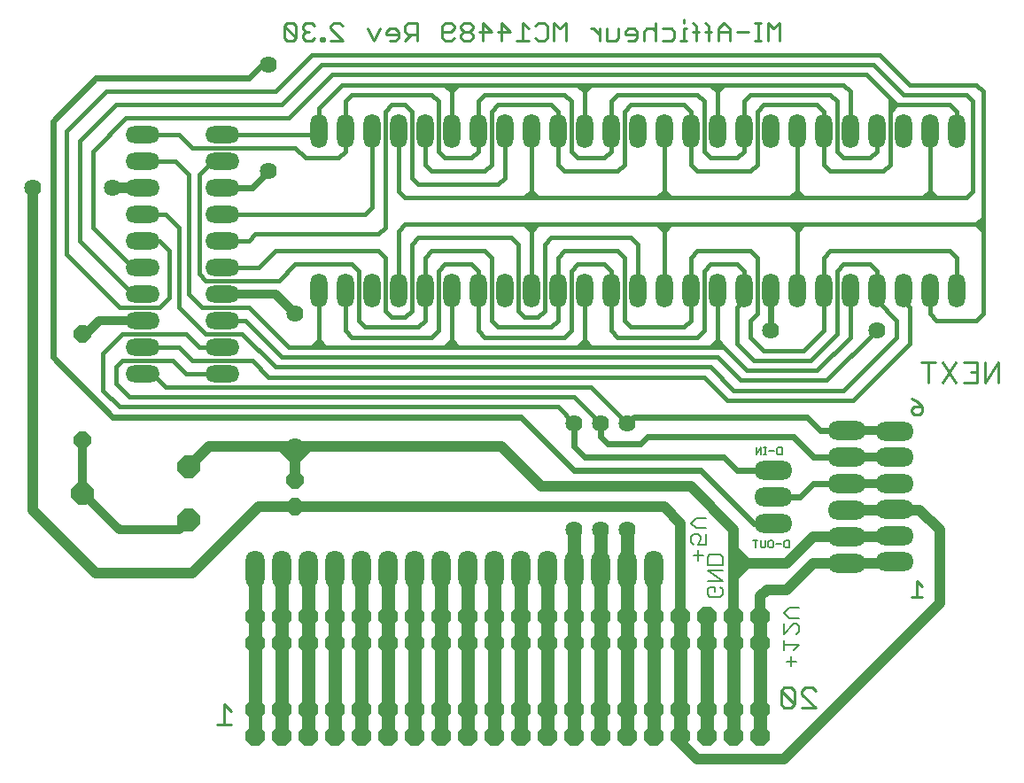
<source format=gbr>
G75*
G70*
%OFA0B0*%
%FSLAX24Y24*%
%IPPOS*%
%LPD*%
%AMOC8*
5,1,8,0,0,1.08239X$1,22.5*
%
%ADD10C,0.0090*%
%ADD11C,0.0110*%
%ADD12C,0.0100*%
%ADD13C,0.0050*%
%ADD14C,0.0080*%
%ADD15O,0.0640X0.1280*%
%ADD16O,0.1280X0.0640*%
%ADD17OC8,0.0720*%
%ADD18OC8,0.0840*%
%ADD19OC8,0.0640*%
%ADD20O,0.1440X0.0720*%
%ADD21O,0.0720X0.1440*%
%ADD22C,0.0160*%
%ADD23C,0.0500*%
%ADD24C,0.0400*%
%ADD25C,0.0320*%
%ADD26C,0.0240*%
%ADD27C,0.0640*%
D10*
X011597Y030248D02*
X011485Y030360D01*
X011485Y030807D01*
X011932Y030360D01*
X011820Y030248D01*
X011597Y030248D01*
X011932Y030360D02*
X011932Y030807D01*
X011820Y030919D01*
X011597Y030919D01*
X011485Y030807D01*
X012185Y030807D02*
X012185Y030695D01*
X012296Y030584D01*
X012185Y030472D01*
X012185Y030360D01*
X012296Y030248D01*
X012520Y030248D01*
X012632Y030360D01*
X012870Y030360D02*
X012870Y030248D01*
X012982Y030248D01*
X012982Y030360D01*
X012870Y030360D01*
X013234Y030248D02*
X013681Y030248D01*
X013234Y030695D01*
X013234Y030807D01*
X013346Y030919D01*
X013570Y030919D01*
X013681Y030807D01*
X014634Y030695D02*
X014857Y030248D01*
X015081Y030695D01*
X015334Y030584D02*
X015334Y030472D01*
X015781Y030472D01*
X015781Y030360D02*
X015781Y030584D01*
X015669Y030695D01*
X015445Y030695D01*
X015334Y030584D01*
X015445Y030248D02*
X015669Y030248D01*
X015781Y030360D01*
X016033Y030248D02*
X016257Y030472D01*
X016145Y030472D02*
X016480Y030472D01*
X016480Y030248D02*
X016480Y030919D01*
X016145Y030919D01*
X016033Y030807D01*
X016033Y030584D01*
X016145Y030472D01*
X017433Y030584D02*
X017768Y030584D01*
X017880Y030695D01*
X017880Y030807D01*
X017768Y030919D01*
X017545Y030919D01*
X017433Y030807D01*
X017433Y030360D01*
X017545Y030248D01*
X017768Y030248D01*
X017880Y030360D01*
X018133Y030360D02*
X018244Y030248D01*
X018468Y030248D01*
X018580Y030360D01*
X018580Y030472D01*
X018468Y030584D01*
X018244Y030584D01*
X018133Y030472D01*
X018133Y030360D01*
X018244Y030584D02*
X018133Y030695D01*
X018133Y030807D01*
X018244Y030919D01*
X018468Y030919D01*
X018580Y030807D01*
X018580Y030695D01*
X018468Y030584D01*
X018832Y030584D02*
X019279Y030584D01*
X018944Y030919D01*
X018944Y030248D01*
X019532Y030584D02*
X019979Y030584D01*
X019644Y030919D01*
X019644Y030248D01*
X020232Y030248D02*
X020679Y030248D01*
X020455Y030248D02*
X020455Y030919D01*
X020679Y030695D01*
X020932Y030807D02*
X021043Y030919D01*
X021267Y030919D01*
X021379Y030807D01*
X021379Y030360D01*
X021267Y030248D01*
X021043Y030248D01*
X020932Y030360D01*
X021631Y030248D02*
X021631Y030919D01*
X021855Y030695D01*
X022078Y030919D01*
X022078Y030248D01*
X023026Y030695D02*
X023138Y030695D01*
X023361Y030472D01*
X023361Y030695D02*
X023361Y030248D01*
X023614Y030248D02*
X023614Y030695D01*
X023614Y030248D02*
X023949Y030248D01*
X024061Y030360D01*
X024061Y030695D01*
X024314Y030584D02*
X024314Y030472D01*
X024761Y030472D01*
X024761Y030360D02*
X024761Y030584D01*
X024649Y030695D01*
X024426Y030695D01*
X024314Y030584D01*
X024426Y030248D02*
X024649Y030248D01*
X024761Y030360D01*
X025014Y030248D02*
X025014Y030584D01*
X025125Y030695D01*
X025349Y030695D01*
X025461Y030584D01*
X025713Y030695D02*
X026049Y030695D01*
X026160Y030584D01*
X026160Y030360D01*
X026049Y030248D01*
X025713Y030248D01*
X025461Y030248D02*
X025461Y030919D01*
X026515Y030919D02*
X026515Y031031D01*
X026515Y030695D02*
X026515Y030248D01*
X026627Y030248D02*
X026403Y030248D01*
X026515Y030695D02*
X026627Y030695D01*
X026870Y030584D02*
X027093Y030584D01*
X027336Y030584D02*
X027560Y030584D01*
X027448Y030807D02*
X027448Y030248D01*
X027813Y030248D02*
X027813Y030695D01*
X028036Y030919D01*
X028260Y030695D01*
X028260Y030248D01*
X028260Y030584D02*
X027813Y030584D01*
X027448Y030807D02*
X027336Y030919D01*
X026982Y030807D02*
X026870Y030919D01*
X026982Y030807D02*
X026982Y030248D01*
X028512Y030584D02*
X028959Y030584D01*
X029202Y030919D02*
X029426Y030919D01*
X029314Y030919D02*
X029314Y030248D01*
X029426Y030248D02*
X029202Y030248D01*
X029679Y030248D02*
X029679Y030919D01*
X029902Y030695D01*
X030126Y030919D01*
X030126Y030248D01*
X012632Y030807D02*
X012520Y030919D01*
X012296Y030919D01*
X012185Y030807D01*
X012296Y030584D02*
X012408Y030584D01*
D11*
X035097Y016784D02*
X035294Y016685D01*
X035491Y016489D01*
X035195Y016489D01*
X035097Y016390D01*
X035097Y016292D01*
X035195Y016193D01*
X035392Y016193D01*
X035491Y016292D01*
X035491Y016489D01*
X035294Y009909D02*
X035294Y009318D01*
X035491Y009318D02*
X035097Y009318D01*
X035491Y009712D02*
X035294Y009909D01*
D12*
X009476Y004513D02*
X008969Y004513D01*
X009223Y004513D02*
X009223Y005274D01*
X009476Y005020D01*
X030177Y005265D02*
X030304Y005138D01*
X030558Y005138D01*
X030684Y005265D01*
X030177Y005772D01*
X030177Y005265D01*
X030684Y005265D02*
X030684Y005772D01*
X030558Y005899D01*
X030304Y005899D01*
X030177Y005772D01*
X030969Y005772D02*
X030969Y005645D01*
X031476Y005138D01*
X030969Y005138D01*
X030969Y005772D02*
X031096Y005899D01*
X031349Y005899D01*
X031476Y005772D01*
X035722Y017388D02*
X035722Y018149D01*
X035469Y018149D02*
X035976Y018149D01*
X036260Y018149D02*
X036767Y017388D01*
X037052Y017388D02*
X037559Y017388D01*
X037559Y018149D01*
X037052Y018149D01*
X036767Y018149D02*
X036260Y017388D01*
X037306Y017769D02*
X037559Y017769D01*
X037844Y017388D02*
X037844Y018149D01*
X038351Y018149D02*
X037844Y017388D01*
X038351Y017388D02*
X038351Y018149D01*
D13*
X030474Y011438D02*
X030339Y011438D01*
X030294Y011393D01*
X030294Y011213D01*
X030339Y011168D01*
X030474Y011168D01*
X030474Y011438D01*
X030180Y011303D02*
X030000Y011303D01*
X029885Y011213D02*
X029840Y011168D01*
X029750Y011168D01*
X029705Y011213D01*
X029705Y011393D01*
X029750Y011438D01*
X029840Y011438D01*
X029885Y011393D01*
X029885Y011213D01*
X029590Y011213D02*
X029545Y011168D01*
X029455Y011168D01*
X029410Y011213D01*
X029410Y011438D01*
X029296Y011438D02*
X029116Y011438D01*
X029206Y011438D02*
X029206Y011168D01*
X029590Y011213D02*
X029590Y011438D01*
X029572Y014668D02*
X029572Y014938D01*
X029617Y014938D02*
X029527Y014938D01*
X029421Y014938D02*
X029241Y014668D01*
X029241Y014938D01*
X029421Y014938D02*
X029421Y014668D01*
X029527Y014668D02*
X029617Y014668D01*
X029732Y014803D02*
X029912Y014803D01*
X030026Y014713D02*
X030026Y014893D01*
X030071Y014938D01*
X030207Y014938D01*
X030207Y014668D01*
X030071Y014668D01*
X030026Y014713D01*
D14*
X027362Y012283D02*
X026975Y012283D01*
X026781Y012089D01*
X026975Y011896D01*
X027362Y011896D01*
X027362Y011675D02*
X027362Y011288D01*
X027071Y011288D01*
X027168Y011481D01*
X027168Y011578D01*
X027071Y011675D01*
X026878Y011675D01*
X026781Y011578D01*
X026781Y011385D01*
X026878Y011288D01*
X027071Y011067D02*
X027071Y010680D01*
X026878Y010874D02*
X027265Y010874D01*
X027406Y010811D02*
X027503Y010908D01*
X027890Y010908D01*
X027987Y010811D01*
X027987Y010521D01*
X027406Y010521D01*
X027406Y010811D01*
X027406Y010300D02*
X027987Y010300D01*
X027987Y009913D02*
X027406Y010300D01*
X027406Y009913D02*
X027987Y009913D01*
X027890Y009692D02*
X027987Y009595D01*
X027987Y009402D01*
X027890Y009305D01*
X027503Y009305D01*
X027406Y009402D01*
X027406Y009595D01*
X027503Y009692D01*
X027696Y009692D01*
X027696Y009499D01*
X030281Y008714D02*
X030475Y008908D01*
X030862Y008908D01*
X030862Y008521D02*
X030475Y008521D01*
X030281Y008714D01*
X030281Y008300D02*
X030281Y007913D01*
X030668Y008300D01*
X030765Y008300D01*
X030862Y008203D01*
X030862Y008010D01*
X030765Y007913D01*
X030862Y007499D02*
X030281Y007499D01*
X030281Y007692D02*
X030281Y007305D01*
X030571Y007084D02*
X030571Y006697D01*
X030378Y006891D02*
X030765Y006891D01*
X030668Y007305D02*
X030862Y007499D01*
D15*
X030776Y020838D03*
X031776Y020838D03*
X032776Y020838D03*
X033776Y020838D03*
X034776Y020838D03*
X035776Y020838D03*
X036776Y020838D03*
X036776Y026838D03*
X035776Y026838D03*
X034776Y026838D03*
X033776Y026838D03*
X032776Y026838D03*
X031776Y026838D03*
X030776Y026838D03*
X029776Y026838D03*
X028776Y026838D03*
X027776Y026838D03*
X026776Y026838D03*
X025776Y026838D03*
X024776Y026838D03*
X023776Y026838D03*
X022776Y026838D03*
X021776Y026838D03*
X020776Y026838D03*
X019776Y026838D03*
X018776Y026838D03*
X017776Y026838D03*
X016776Y026838D03*
X015776Y026838D03*
X014776Y026838D03*
X013776Y026838D03*
X012776Y026838D03*
X012776Y020838D03*
X013776Y020838D03*
X014776Y020838D03*
X015776Y020838D03*
X016776Y020838D03*
X017776Y020838D03*
X018776Y020838D03*
X019776Y020838D03*
X020776Y020838D03*
X021776Y020838D03*
X022776Y020838D03*
X023776Y020838D03*
X024776Y020838D03*
X025776Y020838D03*
X026776Y020838D03*
X027776Y020838D03*
X028776Y020838D03*
X029776Y020838D03*
D16*
X009151Y020713D03*
X009151Y019713D03*
X009151Y018713D03*
X009151Y017713D03*
X006151Y017713D03*
X006151Y018713D03*
X006151Y019713D03*
X006151Y020713D03*
X006151Y021713D03*
X006151Y022713D03*
X006151Y023713D03*
X006151Y024713D03*
X006151Y025713D03*
X006151Y026713D03*
X009151Y026713D03*
X009151Y025713D03*
X009151Y024713D03*
X009151Y023713D03*
X009151Y022713D03*
X009151Y021713D03*
D17*
X010401Y008588D03*
X011401Y008588D03*
X011401Y007588D03*
X010401Y007588D03*
X012401Y007588D03*
X013401Y007588D03*
X014401Y007588D03*
X015401Y007588D03*
X016401Y007588D03*
X017401Y007588D03*
X018401Y007588D03*
X019401Y007588D03*
X020401Y007588D03*
X021401Y007588D03*
X022401Y007588D03*
X023401Y007588D03*
X024401Y007588D03*
X025401Y007588D03*
X026401Y007588D03*
X027401Y007588D03*
X028401Y007588D03*
X029401Y007588D03*
X029401Y008588D03*
X028401Y008588D03*
X027401Y008588D03*
X026401Y008588D03*
X025401Y008588D03*
X024401Y008588D03*
X023401Y008588D03*
X022401Y008588D03*
X021401Y008588D03*
X020401Y008588D03*
X019401Y008588D03*
X018401Y008588D03*
X017401Y008588D03*
X016401Y008588D03*
X015401Y008588D03*
X014401Y008588D03*
X013401Y008588D03*
X012401Y008588D03*
X012401Y005088D03*
X013401Y005088D03*
X013401Y004088D03*
X012401Y004088D03*
X011401Y004088D03*
X010401Y004088D03*
X010401Y005088D03*
X011401Y005088D03*
X014401Y005088D03*
X015401Y005088D03*
X015401Y004088D03*
X014401Y004088D03*
X016401Y004088D03*
X017401Y004088D03*
X018401Y004088D03*
X019401Y004088D03*
X020401Y004088D03*
X021401Y004088D03*
X022401Y004088D03*
X023401Y004088D03*
X024401Y004088D03*
X025401Y004088D03*
X026401Y004088D03*
X027401Y004088D03*
X028401Y004088D03*
X029401Y004088D03*
X029401Y005088D03*
X028401Y005088D03*
X027401Y005088D03*
X026401Y005088D03*
X025401Y005088D03*
X024401Y005088D03*
X023401Y005088D03*
X022401Y005088D03*
X021401Y005088D03*
X020401Y005088D03*
X019401Y005088D03*
X018401Y005088D03*
X017401Y005088D03*
X016401Y005088D03*
D18*
X007901Y012213D03*
X007901Y014213D03*
X003901Y013213D03*
D19*
X003901Y015213D03*
X003901Y019213D03*
X011901Y013713D03*
X011901Y012713D03*
D20*
X029901Y013088D03*
X029901Y012088D03*
X029901Y014088D03*
X032651Y013588D03*
X032651Y012588D03*
X032651Y011588D03*
X032651Y010588D03*
X034441Y010628D03*
X034441Y011612D03*
X034441Y012596D03*
X034441Y013580D03*
X034441Y014565D03*
X034441Y015549D03*
X032651Y015588D03*
X032651Y014588D03*
D21*
X025401Y010338D03*
X024401Y010338D03*
X023401Y010338D03*
X022401Y010338D03*
X021401Y010338D03*
X020401Y010338D03*
X019401Y010338D03*
X018401Y010338D03*
X017401Y010338D03*
X016401Y010338D03*
X015401Y010338D03*
X014401Y010338D03*
X013401Y010338D03*
X012401Y010338D03*
X011401Y010338D03*
X010401Y010338D03*
D22*
X005276Y016463D02*
X021776Y016463D01*
X022401Y015838D01*
X022401Y016838D02*
X023401Y015838D01*
X024401Y015838D02*
X023026Y017213D01*
X007026Y017213D01*
X006526Y017713D01*
X006151Y017713D01*
X005401Y018213D02*
X005151Y017963D01*
X005151Y017338D01*
X005651Y016838D01*
X022401Y016838D01*
X022526Y018713D02*
X022776Y018963D01*
X023026Y018713D01*
X027526Y018713D01*
X027776Y018963D01*
X028026Y018713D01*
X027776Y018713D01*
X027526Y018713D01*
X027776Y018713D02*
X027776Y018963D01*
X027776Y020838D01*
X027276Y021588D02*
X027526Y021838D01*
X028526Y021838D01*
X028776Y021588D01*
X028776Y020838D01*
X028776Y020463D01*
X028526Y020213D01*
X028526Y018838D01*
X029151Y018213D01*
X031276Y018213D01*
X032276Y019213D01*
X032276Y021588D01*
X032526Y021838D01*
X033526Y021838D01*
X033776Y021588D01*
X033776Y020838D01*
X033776Y020463D01*
X034526Y019713D01*
X034526Y019088D01*
X032526Y017088D01*
X028401Y017088D01*
X027526Y017963D01*
X011151Y017963D01*
X009901Y019213D01*
X008526Y019213D01*
X007526Y020213D01*
X007526Y023213D01*
X007026Y023713D01*
X006151Y023713D01*
X006151Y022713D02*
X006776Y022713D01*
X007151Y022338D01*
X007151Y020588D01*
X006776Y020213D01*
X005276Y020213D01*
X003276Y022213D01*
X003276Y026838D01*
X004776Y028338D01*
X011151Y028338D01*
X012526Y029713D01*
X033901Y029713D01*
X035026Y028588D01*
X037526Y028588D01*
X037776Y028338D01*
X037776Y023588D01*
X037526Y023338D01*
X037776Y023088D01*
X037776Y019963D01*
X037526Y019713D01*
X036026Y019713D01*
X035776Y019963D01*
X035776Y020838D01*
X035026Y020213D02*
X034776Y020463D01*
X034776Y020838D01*
X035026Y020213D02*
X035026Y018838D01*
X032901Y016713D01*
X028151Y016713D01*
X027276Y017588D01*
X010901Y017588D01*
X010276Y018213D01*
X008026Y018213D01*
X007526Y018713D01*
X006151Y018713D01*
X005401Y018213D02*
X007276Y018213D01*
X007776Y017713D01*
X009151Y017713D01*
X009151Y018713D02*
X008276Y018713D01*
X007776Y019213D01*
X005401Y019213D01*
X004651Y018463D01*
X004651Y017088D01*
X005276Y016463D01*
X009151Y019713D02*
X010026Y019713D01*
X011401Y018338D01*
X027776Y018338D01*
X028651Y017463D01*
X031901Y017463D01*
X033776Y019338D01*
X032776Y019088D02*
X032776Y020838D01*
X031776Y020838D02*
X031776Y022088D01*
X032026Y022338D01*
X036526Y022338D01*
X036776Y022088D01*
X036776Y020838D01*
X037776Y023088D02*
X037776Y023338D01*
X037776Y023588D01*
X037776Y023338D02*
X037526Y023338D01*
X031026Y023338D01*
X030776Y023088D01*
X030526Y023338D01*
X026026Y023338D01*
X025776Y023088D01*
X025526Y023338D01*
X021026Y023338D01*
X020776Y023088D01*
X020526Y023338D01*
X016026Y023338D01*
X015776Y023088D01*
X015776Y020838D01*
X015276Y020088D02*
X015276Y022088D01*
X015026Y022338D01*
X011151Y022338D01*
X010526Y021713D01*
X009151Y021713D01*
X008526Y021213D02*
X008276Y021463D01*
X008276Y025213D01*
X008776Y025713D01*
X009151Y025713D01*
X008026Y026213D02*
X007526Y026713D01*
X006151Y026713D01*
X005526Y027338D02*
X011651Y027338D01*
X013276Y028963D01*
X033401Y028963D01*
X034276Y028088D01*
X034526Y027838D01*
X034276Y027838D01*
X034276Y027588D01*
X034526Y027838D01*
X036526Y027838D01*
X036776Y027588D01*
X036776Y026838D01*
X035776Y026838D02*
X035776Y024588D01*
X035526Y024338D01*
X031026Y024338D01*
X030776Y024588D01*
X030526Y024338D01*
X026026Y024338D01*
X025776Y024588D01*
X025526Y024338D01*
X021026Y024338D01*
X020776Y024588D01*
X020526Y024338D01*
X016026Y024338D01*
X015776Y024588D01*
X015776Y026838D01*
X014776Y026838D02*
X014776Y023963D01*
X014526Y023713D01*
X009151Y023713D01*
X009151Y022713D02*
X010151Y022713D01*
X010401Y022963D01*
X015026Y022963D01*
X015276Y023213D01*
X015276Y027588D01*
X015526Y027838D01*
X016026Y027838D01*
X016276Y027588D01*
X016276Y025088D01*
X016526Y024838D01*
X019526Y024838D01*
X019776Y025088D01*
X019776Y026838D01*
X018776Y026838D02*
X018776Y026088D01*
X018526Y025838D01*
X017526Y025838D01*
X017276Y026088D01*
X017276Y027963D01*
X017026Y028213D01*
X014026Y028213D01*
X013776Y027963D01*
X013776Y026838D01*
X013776Y026088D01*
X013526Y025838D01*
X012276Y025838D01*
X011901Y026213D01*
X008026Y026213D01*
X007401Y025713D02*
X007901Y025213D01*
X007901Y020713D01*
X008401Y020213D01*
X010151Y020213D01*
X011651Y018713D01*
X012526Y018713D01*
X012776Y018963D01*
X013026Y018713D01*
X017526Y018713D01*
X017776Y018963D01*
X018026Y018713D01*
X022526Y018713D01*
X022651Y018713D01*
X022776Y018838D01*
X022901Y018713D01*
X023026Y018713D01*
X022901Y018713D02*
X022776Y018713D01*
X022651Y018713D01*
X022776Y018713D02*
X022776Y018838D01*
X022776Y018963D01*
X022776Y020838D01*
X022276Y021588D02*
X022526Y021838D01*
X023526Y021838D01*
X023776Y021588D01*
X023776Y020838D01*
X023776Y019338D01*
X024026Y019088D01*
X027026Y019088D01*
X027276Y019338D01*
X027276Y021588D01*
X026776Y022088D02*
X026776Y020838D01*
X026776Y019713D01*
X026526Y019463D01*
X024526Y019463D01*
X024276Y019713D01*
X024276Y022088D01*
X024026Y022338D01*
X022026Y022338D01*
X021776Y022088D01*
X021776Y020838D01*
X021776Y019713D01*
X021526Y019463D01*
X019526Y019463D01*
X019276Y019713D01*
X019276Y022088D01*
X019026Y022338D01*
X017026Y022338D01*
X016776Y022088D01*
X016776Y020838D01*
X016776Y019713D01*
X016526Y019463D01*
X014526Y019463D01*
X014276Y019713D01*
X014276Y021588D01*
X014026Y021838D01*
X011901Y021838D01*
X011276Y021213D01*
X008526Y021213D01*
X006151Y020838D02*
X006151Y020713D01*
X006151Y020838D02*
X005651Y020838D01*
X003776Y022713D01*
X003776Y026463D01*
X005151Y027838D01*
X011401Y027838D01*
X012901Y029338D01*
X033651Y029338D01*
X034776Y028213D01*
X037151Y028213D01*
X037401Y027963D01*
X037401Y024588D01*
X037151Y024338D01*
X036026Y024338D01*
X035776Y024588D01*
X035776Y024338D01*
X036026Y024338D01*
X035776Y024338D02*
X035526Y024338D01*
X034276Y025588D02*
X034026Y025338D01*
X032026Y025338D01*
X031776Y025588D01*
X031776Y026838D01*
X031776Y027588D01*
X031526Y027838D01*
X029526Y027838D01*
X029276Y027588D01*
X029276Y025588D01*
X029026Y025338D01*
X027026Y025338D01*
X026776Y025588D01*
X026776Y026838D01*
X026776Y027588D01*
X026526Y027838D01*
X024526Y027838D01*
X024276Y027588D01*
X024276Y025588D01*
X024026Y025338D01*
X022026Y025338D01*
X021776Y025588D01*
X021776Y026838D01*
X021776Y027588D01*
X021526Y027838D01*
X019526Y027838D01*
X019276Y027588D01*
X019276Y025588D01*
X019026Y025338D01*
X017026Y025338D01*
X016776Y025588D01*
X016776Y026838D01*
X017776Y026838D02*
X017776Y028338D01*
X017526Y028588D01*
X017776Y028588D01*
X018026Y028588D01*
X017776Y028338D01*
X017776Y028588D01*
X017526Y028588D02*
X013651Y028588D01*
X012776Y027713D01*
X012776Y026713D01*
X009151Y026713D01*
X007401Y025713D02*
X006151Y025713D01*
X005526Y027338D02*
X004276Y026088D01*
X004276Y023213D01*
X005651Y021838D01*
X006151Y021838D01*
X006151Y021713D01*
X012776Y020838D02*
X012776Y018963D01*
X012776Y018713D01*
X013026Y018713D01*
X012776Y018713D02*
X012526Y018713D01*
X013776Y019338D02*
X014026Y019088D01*
X017026Y019088D01*
X017276Y019338D01*
X017276Y021588D01*
X017526Y021838D01*
X018526Y021838D01*
X018776Y021588D01*
X018776Y020838D01*
X018776Y019338D01*
X019026Y019088D01*
X022026Y019088D01*
X022276Y019338D01*
X022276Y021588D01*
X021276Y022588D02*
X021276Y020088D01*
X021026Y019838D01*
X020526Y019838D01*
X020276Y020088D01*
X020276Y022588D01*
X020026Y022838D01*
X016526Y022838D01*
X016276Y022588D01*
X016276Y020088D01*
X016026Y019838D01*
X015526Y019838D01*
X015276Y020088D01*
X013776Y019338D02*
X013776Y020838D01*
X017526Y018713D02*
X017776Y018713D01*
X018026Y018713D01*
X017776Y018713D02*
X017776Y018963D01*
X017776Y020838D01*
X020526Y023338D02*
X020776Y023338D01*
X021026Y023338D01*
X020776Y023338D02*
X020776Y023088D01*
X020776Y020838D01*
X021276Y022588D02*
X021526Y022838D01*
X024526Y022838D01*
X024776Y022588D01*
X024776Y020838D01*
X025776Y020838D02*
X025776Y023088D01*
X025776Y023338D01*
X026026Y023338D01*
X025776Y023338D02*
X025526Y023338D01*
X025526Y024338D02*
X025776Y024338D01*
X026026Y024338D01*
X025776Y024338D02*
X025776Y024588D01*
X025776Y026838D01*
X027276Y026088D02*
X027276Y027963D01*
X027026Y028213D01*
X024026Y028213D01*
X023776Y027963D01*
X023776Y026838D01*
X023776Y026088D01*
X023526Y025838D01*
X022526Y025838D01*
X022276Y026088D01*
X022276Y027963D01*
X022026Y028213D01*
X019026Y028213D01*
X018776Y027963D01*
X018776Y026838D01*
X020776Y026838D02*
X020776Y024588D01*
X020776Y024338D01*
X021026Y024338D01*
X020776Y024338D02*
X020526Y024338D01*
X022776Y026838D02*
X022776Y028338D01*
X022526Y028588D01*
X022776Y028588D01*
X023026Y028588D01*
X022776Y028338D01*
X022776Y028588D01*
X022526Y028588D02*
X018026Y028588D01*
X023026Y028588D02*
X027526Y028588D01*
X027776Y028338D01*
X028026Y028588D01*
X032526Y028588D01*
X032776Y028338D01*
X032776Y026838D01*
X032276Y026088D02*
X032526Y025838D01*
X033526Y025838D01*
X033776Y026088D01*
X033776Y026838D01*
X034276Y027588D02*
X034276Y025588D01*
X032276Y026088D02*
X032276Y027963D01*
X032026Y028213D01*
X029026Y028213D01*
X028776Y027963D01*
X028776Y026838D01*
X028776Y026088D01*
X028526Y025838D01*
X027526Y025838D01*
X027276Y026088D01*
X027776Y026838D02*
X027776Y028338D01*
X027776Y028213D01*
X027776Y028338D02*
X027776Y028588D01*
X028026Y028588D01*
X027776Y028588D02*
X027526Y028588D01*
X030776Y026838D02*
X030776Y024588D01*
X030776Y024338D01*
X031026Y024338D01*
X030776Y024338D02*
X030526Y024338D01*
X030526Y023338D02*
X030776Y023338D01*
X031026Y023338D01*
X030776Y023338D02*
X030776Y023088D01*
X030776Y020838D01*
X031776Y020838D02*
X031776Y019338D01*
X031026Y018588D01*
X029526Y018588D01*
X029026Y019088D01*
X029026Y019713D01*
X029276Y019963D01*
X029276Y022088D01*
X029026Y022338D01*
X027026Y022338D01*
X026776Y022088D01*
X028026Y018713D02*
X028901Y017838D01*
X031526Y017838D01*
X032776Y019088D01*
X034276Y027838D02*
X034276Y028088D01*
X012776Y026838D02*
X012776Y026713D01*
D23*
X022401Y011838D02*
X022401Y010338D01*
X022401Y008588D01*
X022401Y007588D01*
X022401Y005088D01*
X022401Y004088D01*
X023401Y004088D02*
X023401Y005088D01*
X023401Y007588D01*
X023401Y008588D01*
X023401Y010338D01*
X023401Y011838D01*
X024401Y011838D02*
X024401Y010338D01*
X024401Y008588D01*
X024401Y007588D01*
X024401Y005088D01*
X024401Y004088D01*
X025401Y004088D02*
X025401Y005088D01*
X025401Y007588D01*
X025401Y008588D01*
X025401Y010338D01*
X026401Y008588D02*
X026401Y007588D01*
X026401Y005088D01*
X026401Y004213D01*
X027401Y004088D02*
X027401Y005088D01*
X027401Y007588D01*
X027401Y008588D01*
X028401Y008588D02*
X028401Y007588D01*
X028401Y005088D01*
X028401Y004088D01*
X029401Y004088D02*
X029401Y005088D01*
X029401Y007588D01*
X029401Y008588D01*
X021401Y008588D02*
X021401Y007588D01*
X021401Y005088D01*
X021401Y004088D01*
X020401Y004088D02*
X020401Y005088D01*
X020401Y007588D01*
X020401Y008588D01*
X020401Y010338D01*
X021401Y010338D02*
X021401Y008588D01*
X019401Y008588D02*
X019401Y010338D01*
X018401Y010338D02*
X018401Y008588D01*
X018401Y007588D01*
X018401Y005088D01*
X018401Y004088D01*
X019401Y004088D02*
X019401Y005088D01*
X019401Y007588D01*
X019401Y008588D01*
X017401Y008588D02*
X017401Y010338D01*
X016401Y010338D02*
X016401Y008588D01*
X016401Y007588D01*
X016401Y005088D01*
X016401Y004088D01*
X017401Y004088D02*
X017401Y005088D01*
X017401Y007588D01*
X017401Y008588D01*
X015401Y008588D02*
X015401Y010338D01*
X014401Y010338D02*
X014401Y008588D01*
X014401Y007588D01*
X014401Y005088D01*
X014401Y004088D01*
X015401Y004088D02*
X015401Y005088D01*
X015401Y007588D01*
X015401Y008588D01*
X013401Y008588D02*
X013401Y010338D01*
X012401Y010338D02*
X012401Y008588D01*
X012401Y007588D01*
X012401Y005088D01*
X012401Y004088D01*
X013401Y004088D02*
X013401Y005088D01*
X013401Y007588D01*
X013401Y008588D01*
X011401Y008588D02*
X011401Y010338D01*
X010401Y010338D02*
X010401Y008588D01*
X010401Y007588D01*
X010401Y005088D01*
X010401Y004088D01*
X011401Y004088D02*
X011401Y005088D01*
X011401Y007588D01*
X011401Y008588D01*
D24*
X008026Y010213D02*
X004401Y010213D01*
X002026Y012588D01*
X002026Y024713D01*
X005026Y024713D02*
X006151Y024713D01*
X008651Y014963D02*
X011276Y014963D01*
X012651Y014963D01*
X019651Y014963D01*
X021151Y013463D01*
X026776Y013463D01*
X028401Y011838D01*
X028401Y011088D01*
X028901Y010588D01*
X028401Y010088D01*
X028401Y008588D01*
X029401Y008588D02*
X029401Y009338D01*
X029651Y009588D01*
X030401Y009588D01*
X031401Y010588D01*
X032651Y010588D01*
X034441Y010588D01*
X034401Y011588D02*
X032651Y011588D01*
X031401Y011588D01*
X030401Y010588D01*
X028901Y010588D01*
X028401Y010588D01*
X028401Y010088D01*
X028401Y010588D02*
X028401Y011088D01*
X026401Y012088D02*
X026401Y008588D01*
X026401Y012088D02*
X025776Y012713D01*
X011901Y012713D01*
X010526Y012713D01*
X008026Y010213D01*
X011901Y013713D02*
X011901Y014963D01*
X012401Y014963D02*
X011901Y014463D01*
X011401Y014963D01*
X011276Y014963D01*
X011901Y014463D02*
X011901Y013713D01*
X012401Y014963D02*
X012651Y014963D01*
X008651Y014963D02*
X007901Y014213D01*
X026401Y004213D02*
X026401Y003838D01*
X027026Y003213D01*
X030276Y003213D01*
X036151Y009088D01*
X036151Y011838D01*
X035401Y012588D01*
X034401Y012588D01*
X032651Y012588D01*
D25*
X032651Y013588D02*
X034401Y013588D01*
X034401Y012596D02*
X034401Y012588D01*
X034401Y012596D02*
X034441Y012596D01*
X034401Y011612D02*
X034441Y011612D01*
X034401Y011612D02*
X034401Y011588D01*
X034441Y010628D02*
X034441Y010588D01*
X034401Y014588D02*
X032651Y014588D01*
X032651Y015588D02*
X034441Y015588D01*
X026401Y004213D02*
X026401Y004088D01*
X007901Y012213D02*
X007526Y011838D01*
X005276Y011838D01*
X003901Y013213D01*
X003901Y015213D01*
X003901Y019088D02*
X004526Y019713D01*
X006151Y019713D01*
X003901Y019213D02*
X003901Y019088D01*
X009151Y020713D02*
X011151Y020713D01*
X011901Y019963D01*
D26*
X010276Y024713D02*
X009151Y024713D01*
X010276Y024713D02*
X010901Y025338D01*
X010151Y028838D02*
X004401Y028838D01*
X002776Y027213D01*
X002776Y018338D01*
X005026Y016088D01*
X020401Y016088D01*
X022401Y014088D01*
X027151Y014088D01*
X029151Y012088D01*
X029901Y012088D01*
X029901Y013088D02*
X030901Y013088D01*
X031401Y013588D01*
X032651Y013588D01*
X032651Y014588D02*
X031401Y014588D01*
X030651Y015338D01*
X025151Y015338D01*
X024901Y015088D01*
X023651Y015088D01*
X023401Y015338D01*
X023401Y015838D01*
X022401Y015838D02*
X022401Y014963D01*
X022776Y014588D01*
X028026Y014588D01*
X028526Y014088D01*
X029901Y014088D01*
X031651Y015588D02*
X032651Y015588D01*
X031651Y015588D02*
X031151Y016088D01*
X024651Y016088D01*
X024401Y015838D01*
X029776Y019338D02*
X029776Y020838D01*
X034441Y015588D02*
X034441Y015549D01*
X034401Y014588D02*
X034401Y014565D01*
X034441Y014565D01*
X034401Y013588D02*
X034401Y013580D01*
X034441Y013580D01*
X010901Y029338D02*
X010651Y029338D01*
X010151Y028838D01*
D27*
X010901Y029338D03*
X010901Y025338D03*
X005026Y024713D03*
X002026Y024713D03*
X011901Y019963D03*
X011901Y014963D03*
X022401Y015838D03*
X023401Y015838D03*
X024401Y015838D03*
X024401Y011838D03*
X023401Y011838D03*
X022401Y011838D03*
X029776Y019338D03*
X033776Y019338D03*
M02*

</source>
